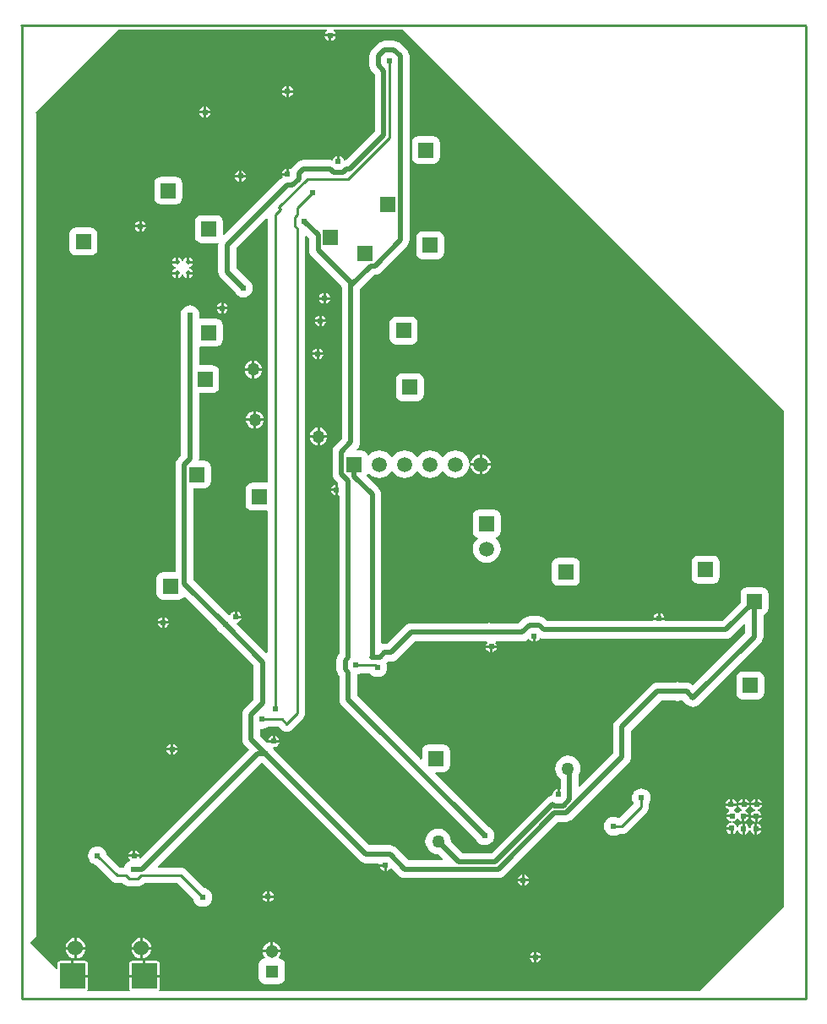
<source format=gbl>
G04 Layer_Physical_Order=2*
G04 Layer_Color=16711680*
%FSLAX25Y25*%
%MOIN*%
G70*
G01*
G75*
%ADD46C,0.06000*%
%ADD47C,0.02000*%
%ADD48C,0.01000*%
%ADD51R,0.05905X0.05905*%
%ADD52C,0.05905*%
%ADD53R,0.09843X0.09843*%
%ADD54R,0.05150X0.05150*%
%ADD55C,0.05150*%
%ADD56R,0.05905X0.05905*%
%ADD57C,0.05000*%
%ADD58C,0.02400*%
%ADD59C,0.01968*%
G36*
X300600Y231900D02*
Y36100D01*
X267300Y2800D01*
X54283D01*
X54255Y2831D01*
X54062Y3300D01*
X54184Y3482D01*
X54261Y3872D01*
Y8294D01*
X48320D01*
X42379D01*
Y3872D01*
X42456Y3482D01*
X42578Y3300D01*
X42385Y2831D01*
X42357Y2800D01*
X25937D01*
X25909Y2831D01*
X25716Y3300D01*
X25837Y3482D01*
X25915Y3872D01*
Y8294D01*
X19974D01*
Y8794D01*
X19474D01*
Y14735D01*
X15053D01*
X14662Y14658D01*
X14332Y14436D01*
X14110Y14106D01*
X14033Y13715D01*
Y11620D01*
X13571Y11429D01*
X3000Y22000D01*
X5600Y24600D01*
Y349100D01*
X5600Y349100D01*
X5287Y349487D01*
X38000Y382200D01*
X120182D01*
X120334Y381700D01*
X120014Y381486D01*
X119528Y380758D01*
X119456Y380400D01*
X123744D01*
X123672Y380758D01*
X123186Y381486D01*
X122866Y381700D01*
X123018Y382200D01*
X150300D01*
X300600Y231900D01*
D02*
G37*
%LPC*%
G36*
X250900Y151944D02*
X250542Y151872D01*
X249814Y151386D01*
X249328Y150658D01*
X249256Y150300D01*
X250900D01*
Y151944D01*
D02*
G37*
G36*
X56200Y150444D02*
Y148800D01*
X57844D01*
X57772Y149158D01*
X57286Y149886D01*
X56558Y150372D01*
X56200Y150444D01*
D02*
G37*
G36*
X55200D02*
X54842Y150372D01*
X54114Y149886D01*
X53628Y149158D01*
X53556Y148800D01*
X55200D01*
Y150444D01*
D02*
G37*
G36*
X217553Y173802D02*
X211647D01*
X210672Y173608D01*
X209845Y173055D01*
X209292Y172228D01*
X209098Y171253D01*
Y165347D01*
X209292Y164372D01*
X209845Y163545D01*
X210672Y162992D01*
X211647Y162798D01*
X217553D01*
X218528Y162992D01*
X219355Y163545D01*
X219908Y164372D01*
X220102Y165347D01*
Y171253D01*
X219908Y172228D01*
X219355Y173055D01*
X218528Y173608D01*
X217553Y173802D01*
D02*
G37*
G36*
X84900Y152644D02*
Y151000D01*
X86544D01*
X86472Y151358D01*
X85986Y152086D01*
X85258Y152572D01*
X84900Y152644D01*
D02*
G37*
G36*
X251900Y151944D02*
Y150300D01*
X253544D01*
X253472Y150658D01*
X252986Y151386D01*
X252258Y151872D01*
X251900Y151944D01*
D02*
G37*
G36*
X57844Y147800D02*
X56200D01*
Y146156D01*
X56558Y146228D01*
X57286Y146714D01*
X57772Y147442D01*
X57844Y147800D01*
D02*
G37*
G36*
X290353Y129002D02*
X284447D01*
X283472Y128808D01*
X282645Y128255D01*
X282092Y127428D01*
X281898Y126453D01*
Y120547D01*
X282092Y119572D01*
X282645Y118745D01*
X283472Y118192D01*
X284447Y117998D01*
X290353D01*
X291328Y118192D01*
X292155Y118745D01*
X292708Y119572D01*
X292902Y120547D01*
Y126453D01*
X292708Y127428D01*
X292155Y128255D01*
X291328Y128808D01*
X290353Y129002D01*
D02*
G37*
G36*
X96600Y42344D02*
X96242Y42272D01*
X95514Y41786D01*
X95028Y41058D01*
X94956Y40700D01*
X96600D01*
Y42344D01*
D02*
G37*
G36*
X97600D02*
Y40700D01*
X99244D01*
X99172Y41058D01*
X98686Y41786D01*
X97958Y42272D01*
X97600Y42344D01*
D02*
G37*
G36*
X55200Y147800D02*
X53556D01*
X53628Y147442D01*
X54114Y146714D01*
X54842Y146228D01*
X55200Y146156D01*
Y147800D01*
D02*
G37*
G36*
X96600Y39700D02*
X94956D01*
X95028Y39342D01*
X95514Y38614D01*
X96242Y38128D01*
X96600Y38056D01*
Y39700D01*
D02*
G37*
G36*
X99244D02*
X97600D01*
Y38056D01*
X97958Y38128D01*
X98686Y38614D01*
X99172Y39342D01*
X99244Y39700D01*
D02*
G37*
G36*
X20655Y23786D02*
X20111Y23714D01*
X19138Y23311D01*
X18302Y22670D01*
X17661Y21834D01*
X17258Y20861D01*
X17186Y20317D01*
X20655D01*
Y23786D01*
D02*
G37*
G36*
X46639D02*
X46095Y23714D01*
X45122Y23311D01*
X44286Y22670D01*
X43645Y21834D01*
X43242Y20861D01*
X43170Y20317D01*
X46639D01*
Y23786D01*
D02*
G37*
G36*
X181500Y214621D02*
Y211200D01*
X184921D01*
X184851Y211732D01*
X184453Y212693D01*
X183819Y213519D01*
X182993Y214153D01*
X182032Y214551D01*
X181500Y214621D01*
D02*
G37*
G36*
X91400Y227800D02*
X88436D01*
X88490Y227386D01*
X88843Y226535D01*
X89404Y225804D01*
X90135Y225243D01*
X90986Y224890D01*
X91400Y224836D01*
Y227800D01*
D02*
G37*
G36*
X98100Y22114D02*
X97667Y22057D01*
X96797Y21697D01*
X96050Y21124D01*
X95477Y20377D01*
X95117Y19507D01*
X95060Y19074D01*
X98100D01*
Y22114D01*
D02*
G37*
G36*
X99100Y22114D02*
Y19074D01*
X102140D01*
X102083Y19507D01*
X101723Y20377D01*
X101150Y21124D01*
X100403Y21697D01*
X99533Y22057D01*
X99100Y22114D01*
D02*
G37*
G36*
X180500Y214621D02*
X179968Y214551D01*
X179007Y214153D01*
X178181Y213519D01*
X177547Y212693D01*
X177149Y211732D01*
X177079Y211200D01*
X180500D01*
Y214621D01*
D02*
G37*
G36*
X21655Y23786D02*
Y20317D01*
X25124D01*
X25052Y20861D01*
X24649Y21834D01*
X24008Y22670D01*
X23172Y23311D01*
X22199Y23714D01*
X21655Y23786D01*
D02*
G37*
G36*
X186353Y192802D02*
X180447D01*
X179472Y192608D01*
X178645Y192055D01*
X178092Y191228D01*
X177898Y190253D01*
Y184347D01*
X178092Y183372D01*
X178645Y182545D01*
X179472Y181992D01*
X179740Y181939D01*
X179854Y181452D01*
X179511Y181189D01*
X178637Y180050D01*
X178088Y178724D01*
X177900Y177300D01*
X178088Y175876D01*
X178637Y174550D01*
X179511Y173411D01*
X180650Y172537D01*
X181976Y171988D01*
X183400Y171800D01*
X184824Y171988D01*
X186150Y172537D01*
X187289Y173411D01*
X188163Y174550D01*
X188712Y175876D01*
X188900Y177300D01*
X188712Y178724D01*
X188163Y180050D01*
X187289Y181189D01*
X186946Y181452D01*
X187060Y181939D01*
X187328Y181992D01*
X188155Y182545D01*
X188708Y183372D01*
X188902Y184347D01*
Y190253D01*
X188708Y191228D01*
X188155Y192055D01*
X187328Y192608D01*
X186353Y192802D01*
D02*
G37*
G36*
X272753Y174602D02*
X266847D01*
X265872Y174408D01*
X265045Y173855D01*
X264492Y173028D01*
X264298Y172053D01*
Y166147D01*
X264492Y165172D01*
X265045Y164345D01*
X265872Y163792D01*
X266847Y163598D01*
X272753D01*
X273728Y163792D01*
X274555Y164345D01*
X275108Y165172D01*
X275302Y166147D01*
Y172053D01*
X275108Y173028D01*
X274555Y173855D01*
X273728Y174408D01*
X272753Y174602D01*
D02*
G37*
G36*
X184921Y210200D02*
X181500D01*
Y206779D01*
X182032Y206849D01*
X182993Y207247D01*
X183819Y207881D01*
X184453Y208707D01*
X184851Y209668D01*
X184921Y210200D01*
D02*
G37*
G36*
X180500D02*
X177079D01*
X177149Y209668D01*
X177547Y208707D01*
X178181Y207881D01*
X179007Y207247D01*
X179968Y206849D01*
X180500Y206779D01*
Y210200D01*
D02*
G37*
G36*
X47639Y23786D02*
Y20317D01*
X51108D01*
X51036Y20861D01*
X50633Y21834D01*
X49992Y22670D01*
X49156Y23311D01*
X48183Y23714D01*
X47639Y23786D01*
D02*
G37*
G36*
X59700Y100444D02*
Y98800D01*
X61344D01*
X61272Y99158D01*
X60786Y99886D01*
X60058Y100372D01*
X59700Y100444D01*
D02*
G37*
G36*
X289100Y68944D02*
X288742Y68872D01*
X288014Y68386D01*
X287528Y67658D01*
X287408Y67057D01*
X287405Y67041D01*
X286895D01*
X286892Y67057D01*
X286772Y67658D01*
X286286Y68386D01*
X285558Y68872D01*
X285200Y68944D01*
Y66800D01*
Y64656D01*
X285558Y64728D01*
X286286Y65214D01*
X286772Y65942D01*
X286892Y66543D01*
X286895Y66559D01*
X287405D01*
X287408Y66543D01*
X287528Y65942D01*
X288014Y65214D01*
X288742Y64728D01*
X289100Y64656D01*
Y66800D01*
Y68944D01*
D02*
G37*
G36*
X279500Y66600D02*
X277856D01*
X277928Y66242D01*
X278414Y65514D01*
X279142Y65028D01*
X279500Y64956D01*
Y66600D01*
D02*
G37*
G36*
X291744Y66300D02*
X290100D01*
Y64656D01*
X290458Y64728D01*
X291186Y65214D01*
X291672Y65942D01*
X291744Y66300D01*
D02*
G37*
G36*
X291844Y71300D02*
X290200D01*
Y69656D01*
X290558Y69728D01*
X291286Y70214D01*
X291772Y70942D01*
X291844Y71300D01*
D02*
G37*
G36*
X289200D02*
X287556D01*
X287628Y70942D01*
X288114Y70214D01*
X288842Y69728D01*
X289200Y69656D01*
Y71300D01*
D02*
G37*
G36*
X290100Y68944D02*
Y67300D01*
X291744D01*
X291672Y67658D01*
X291186Y68386D01*
X290458Y68872D01*
X290100Y68944D01*
D02*
G37*
G36*
X44700Y58444D02*
Y56800D01*
X46344D01*
X46272Y57158D01*
X45786Y57886D01*
X45058Y58372D01*
X44700Y58444D01*
D02*
G37*
G36*
X197300Y48844D02*
X196942Y48772D01*
X196214Y48286D01*
X195728Y47558D01*
X195656Y47200D01*
X197300D01*
Y48844D01*
D02*
G37*
G36*
X199944Y46200D02*
X198300D01*
Y44556D01*
X198658Y44628D01*
X199386Y45114D01*
X199872Y45842D01*
X199944Y46200D01*
D02*
G37*
G36*
X197300D02*
X195656D01*
X195728Y45842D01*
X196214Y45114D01*
X196942Y44628D01*
X197300Y44556D01*
Y46200D01*
D02*
G37*
G36*
X43700Y58444D02*
X43342Y58372D01*
X42614Y57886D01*
X42128Y57158D01*
X42056Y56800D01*
X43700D01*
Y58444D01*
D02*
G37*
G36*
X142900Y52000D02*
X141256D01*
X141328Y51642D01*
X141814Y50914D01*
X142542Y50428D01*
X142900Y50356D01*
Y52000D01*
D02*
G37*
G36*
X198300Y48844D02*
Y47200D01*
X199944D01*
X199872Y47558D01*
X199386Y48286D01*
X198658Y48772D01*
X198300Y48844D01*
D02*
G37*
G36*
X290400Y78744D02*
Y77100D01*
X292044D01*
X291972Y77458D01*
X291486Y78186D01*
X290758Y78672D01*
X290400Y78744D01*
D02*
G37*
G36*
X289400D02*
X289042Y78672D01*
X288314Y78186D01*
X287828Y77458D01*
X287756Y77100D01*
X289400D01*
Y78744D01*
D02*
G37*
G36*
X285400D02*
Y77100D01*
X287044D01*
X286972Y77458D01*
X286486Y78186D01*
X285758Y78672D01*
X285400Y78744D01*
D02*
G37*
G36*
X58700Y100444D02*
X58342Y100372D01*
X57614Y99886D01*
X57128Y99158D01*
X57056Y98800D01*
X58700D01*
Y100444D01*
D02*
G37*
G36*
X61344Y97800D02*
X59700D01*
Y96156D01*
X60058Y96228D01*
X60786Y96714D01*
X61272Y97442D01*
X61344Y97800D01*
D02*
G37*
G36*
X58700D02*
X57056D01*
X57128Y97442D01*
X57614Y96714D01*
X58342Y96228D01*
X58700Y96156D01*
Y97800D01*
D02*
G37*
G36*
X284400Y78744D02*
X284042Y78672D01*
X283314Y78186D01*
X282828Y77458D01*
X282756Y77100D01*
X284400D01*
Y78744D01*
D02*
G37*
G36*
X292044Y76100D02*
X287756D01*
X287828Y75742D01*
X288314Y75014D01*
X289042Y74528D01*
X289307Y74475D01*
Y73965D01*
X288842Y73872D01*
X288114Y73386D01*
X287628Y72658D01*
X287556Y72300D01*
X291844D01*
X291772Y72658D01*
X291286Y73386D01*
X290558Y73872D01*
X290293Y73925D01*
Y74435D01*
X290758Y74528D01*
X291486Y75014D01*
X291972Y75742D01*
X292044Y76100D01*
D02*
G37*
G36*
X244400Y82832D02*
X243434Y82705D01*
X242534Y82332D01*
X241761Y81739D01*
X241168Y80966D01*
X240795Y80066D01*
X240668Y79100D01*
X240795Y78134D01*
X241168Y77234D01*
X241374Y76965D01*
Y76853D01*
X235485Y70964D01*
X235266Y71132D01*
X234366Y71505D01*
X233400Y71632D01*
X232434Y71505D01*
X231534Y71132D01*
X230761Y70539D01*
X230168Y69766D01*
X229795Y68866D01*
X229668Y67900D01*
X229795Y66934D01*
X230168Y66034D01*
X230761Y65261D01*
X231534Y64668D01*
X232434Y64295D01*
X233400Y64168D01*
X234366Y64295D01*
X235266Y64668D01*
X235535Y64874D01*
X236700D01*
X237483Y64977D01*
X238213Y65280D01*
X238840Y65760D01*
X246540Y73460D01*
X246540Y73460D01*
X247021Y74087D01*
X247323Y74817D01*
X247426Y75600D01*
Y76965D01*
X247632Y77234D01*
X248005Y78134D01*
X248132Y79100D01*
X248005Y80066D01*
X247632Y80966D01*
X247039Y81739D01*
X246266Y82332D01*
X245366Y82705D01*
X244400Y82832D01*
D02*
G37*
G36*
X286702Y71435D02*
X285058D01*
Y69791D01*
X285417Y69862D01*
X286144Y70349D01*
X286631Y71076D01*
X286702Y71435D01*
D02*
G37*
G36*
X280300Y78644D02*
Y77000D01*
X281944D01*
X281872Y77358D01*
X281386Y78086D01*
X280658Y78572D01*
X280300Y78644D01*
D02*
G37*
G36*
X279300D02*
X278942Y78572D01*
X278214Y78086D01*
X277728Y77358D01*
X277656Y77000D01*
X279300D01*
Y78644D01*
D02*
G37*
G36*
X287044Y76100D02*
X282756D01*
X282828Y75742D01*
X283314Y75014D01*
X283976Y74572D01*
X283986Y74305D01*
X283923Y74051D01*
X283700Y74007D01*
X282972Y73521D01*
X282694Y73105D01*
X282100Y73116D01*
X281786Y73586D01*
X281058Y74072D01*
X281034Y74077D01*
X280928Y74608D01*
X281386Y74914D01*
X281872Y75642D01*
X281944Y76000D01*
X277656D01*
X277728Y75642D01*
X278214Y74914D01*
X278942Y74428D01*
X278966Y74423D01*
X279072Y73892D01*
X278614Y73586D01*
X278128Y72858D01*
X278056Y72500D01*
X280200D01*
Y71500D01*
X278056D01*
X278128Y71142D01*
X278614Y70414D01*
X279342Y69928D01*
X279858Y69825D01*
X279859Y69825D01*
Y69315D01*
X279841Y69311D01*
X279142Y69172D01*
X278414Y68686D01*
X277928Y67958D01*
X277856Y67600D01*
X280000D01*
Y67100D01*
X280500D01*
Y64956D01*
X280858Y65028D01*
X281586Y65514D01*
X282061Y66225D01*
X282136Y66237D01*
X282575Y66206D01*
X282628Y65942D01*
X283114Y65214D01*
X283842Y64728D01*
X284200Y64656D01*
Y66800D01*
Y68944D01*
X283842Y68872D01*
X283114Y68386D01*
X282639Y67675D01*
X282564Y67663D01*
X282125Y67694D01*
X282072Y67958D01*
X281586Y68686D01*
X280858Y69172D01*
X280342Y69275D01*
X280341Y69275D01*
Y69785D01*
X280359Y69788D01*
X281058Y69928D01*
X281786Y70414D01*
X282064Y70830D01*
X282658Y70819D01*
X282972Y70349D01*
X283700Y69862D01*
X284058Y69791D01*
Y71935D01*
X284558D01*
Y72435D01*
X286702D01*
X286631Y72793D01*
X286144Y73521D01*
X285483Y73963D01*
X285472Y74229D01*
X285535Y74483D01*
X285758Y74528D01*
X286486Y75014D01*
X286972Y75742D01*
X287044Y76100D01*
D02*
G37*
G36*
X95364Y227800D02*
X92400D01*
Y224836D01*
X92814Y224890D01*
X93665Y225243D01*
X94396Y225804D01*
X94957Y226535D01*
X95310Y227386D01*
X95364Y227800D01*
D02*
G37*
G36*
X60753Y324202D02*
X54847D01*
X53872Y324008D01*
X53045Y323455D01*
X52492Y322628D01*
X52298Y321653D01*
Y315747D01*
X52492Y314772D01*
X53045Y313945D01*
X53872Y313392D01*
X54847Y313198D01*
X60753D01*
X61728Y313392D01*
X62555Y313945D01*
X63108Y314772D01*
X63302Y315747D01*
Y321653D01*
X63108Y322628D01*
X62555Y323455D01*
X61728Y324008D01*
X60753Y324202D01*
D02*
G37*
G36*
X47200Y306744D02*
Y305100D01*
X48844D01*
X48772Y305458D01*
X48286Y306186D01*
X47558Y306672D01*
X47200Y306744D01*
D02*
G37*
G36*
X46200D02*
X45842Y306672D01*
X45114Y306186D01*
X44628Y305458D01*
X44556Y305100D01*
X46200D01*
Y306744D01*
D02*
G37*
G36*
X85700Y326544D02*
X85342Y326472D01*
X84614Y325986D01*
X84128Y325258D01*
X84056Y324900D01*
X85700D01*
Y326544D01*
D02*
G37*
G36*
X88344Y323900D02*
X86700D01*
Y322256D01*
X87058Y322328D01*
X87786Y322814D01*
X88272Y323542D01*
X88344Y323900D01*
D02*
G37*
G36*
X85700D02*
X84056D01*
X84128Y323542D01*
X84614Y322814D01*
X85342Y322328D01*
X85700Y322256D01*
Y323900D01*
D02*
G37*
G36*
X48844Y304100D02*
X47200D01*
Y302456D01*
X47558Y302528D01*
X48286Y303014D01*
X48772Y303742D01*
X48844Y304100D01*
D02*
G37*
G36*
X65065Y292389D02*
X64791Y292335D01*
X64135Y291896D01*
X63696Y291240D01*
X63655Y291032D01*
X63145D01*
X63104Y291240D01*
X62665Y291896D01*
X62009Y292335D01*
X61735Y292389D01*
Y290465D01*
X61235D01*
Y289965D01*
X59311D01*
X59365Y289691D01*
X59804Y289035D01*
X60460Y288596D01*
X60668Y288555D01*
Y288045D01*
X60460Y288004D01*
X59804Y287565D01*
X59365Y286909D01*
X59311Y286635D01*
X61235D01*
Y286135D01*
X61735D01*
Y284211D01*
X62009Y284265D01*
X62665Y284704D01*
X63104Y285360D01*
X63145Y285568D01*
X63655D01*
X63696Y285360D01*
X64135Y284704D01*
X64791Y284265D01*
X65065Y284211D01*
Y286135D01*
X65565D01*
Y286635D01*
X67489D01*
X67435Y286909D01*
X66996Y287565D01*
X66340Y288004D01*
X66132Y288045D01*
Y288555D01*
X66340Y288596D01*
X66996Y289035D01*
X67435Y289691D01*
X67489Y289965D01*
X65565D01*
Y290465D01*
X65065D01*
Y292389D01*
D02*
G37*
G36*
X66065D02*
Y290965D01*
X67489D01*
X67435Y291240D01*
X66996Y291896D01*
X66340Y292335D01*
X66065Y292389D01*
D02*
G37*
G36*
X60735D02*
X60460Y292335D01*
X59804Y291896D01*
X59365Y291240D01*
X59311Y290965D01*
X60735D01*
Y292389D01*
D02*
G37*
G36*
X46200Y304100D02*
X44556D01*
X44628Y303742D01*
X45114Y303014D01*
X45842Y302528D01*
X46200Y302456D01*
Y304100D01*
D02*
G37*
G36*
X27153Y304102D02*
X21247D01*
X20272Y303908D01*
X19445Y303355D01*
X18892Y302528D01*
X18698Y301553D01*
Y295647D01*
X18892Y294672D01*
X19445Y293845D01*
X20272Y293292D01*
X21247Y293098D01*
X27153D01*
X28128Y293292D01*
X28955Y293845D01*
X29508Y294672D01*
X29702Y295647D01*
Y301553D01*
X29508Y302528D01*
X28955Y303355D01*
X28128Y303908D01*
X27153Y304102D01*
D02*
G37*
G36*
X163953Y302602D02*
X158047D01*
X157072Y302408D01*
X156245Y301855D01*
X155692Y301028D01*
X155498Y300053D01*
Y294147D01*
X155692Y293172D01*
X156245Y292345D01*
X157072Y291792D01*
X158047Y291598D01*
X163953D01*
X164928Y291792D01*
X165755Y292345D01*
X166308Y293172D01*
X166502Y294147D01*
Y300053D01*
X166308Y301028D01*
X165755Y301855D01*
X164928Y302408D01*
X163953Y302602D01*
D02*
G37*
G36*
X86700Y326544D02*
Y324900D01*
X88344D01*
X88272Y325258D01*
X87786Y325986D01*
X87058Y326472D01*
X86700Y326544D01*
D02*
G37*
G36*
X104300Y359944D02*
X103942Y359872D01*
X103214Y359386D01*
X102728Y358658D01*
X102656Y358300D01*
X104300D01*
Y359944D01*
D02*
G37*
G36*
X106944Y357300D02*
X105300D01*
Y355656D01*
X105658Y355728D01*
X106386Y356214D01*
X106872Y356942D01*
X106944Y357300D01*
D02*
G37*
G36*
X104300D02*
X102656D01*
X102728Y356942D01*
X103214Y356214D01*
X103942Y355728D01*
X104300Y355656D01*
Y357300D01*
D02*
G37*
G36*
X123744Y379400D02*
X122100D01*
Y377756D01*
X122458Y377828D01*
X123186Y378314D01*
X123672Y379042D01*
X123744Y379400D01*
D02*
G37*
G36*
X121100D02*
X119456D01*
X119528Y379042D01*
X120014Y378314D01*
X120742Y377828D01*
X121100Y377756D01*
Y379400D01*
D02*
G37*
G36*
X105300Y359944D02*
Y358300D01*
X106944D01*
X106872Y358658D01*
X106386Y359386D01*
X105658Y359872D01*
X105300Y359944D01*
D02*
G37*
G36*
X72700Y351844D02*
Y350200D01*
X74344D01*
X74272Y350558D01*
X73786Y351286D01*
X73058Y351772D01*
X72700Y351844D01*
D02*
G37*
G36*
X146823Y377830D02*
X143132D01*
X142218Y377710D01*
X141367Y377357D01*
X140636Y376796D01*
X140485Y376600D01*
X138104Y374219D01*
X137543Y373488D01*
X137190Y372636D01*
X137070Y371723D01*
Y368077D01*
X137190Y367164D01*
X137543Y366312D01*
X138104Y365581D01*
X139170Y364515D01*
Y342015D01*
X127879Y330725D01*
X127009Y330610D01*
X126978Y330626D01*
X126872Y331158D01*
X126386Y331886D01*
X125658Y332372D01*
X125300Y332444D01*
Y330300D01*
X124300D01*
Y332444D01*
X123942Y332372D01*
X123214Y331886D01*
X122728Y331158D01*
X122622Y330626D01*
X122591Y330610D01*
X121677Y330730D01*
X110900D01*
X109986Y330610D01*
X109135Y330257D01*
X108404Y329696D01*
X106704Y327996D01*
X106143Y327265D01*
X105817Y327166D01*
X105658Y327272D01*
X105300Y327344D01*
Y325200D01*
X104800D01*
Y324700D01*
X102656D01*
X102728Y324342D01*
X102834Y324183D01*
X102735Y323857D01*
X102004Y323296D01*
X79764Y301056D01*
X79302Y301248D01*
Y306453D01*
X79108Y307428D01*
X78555Y308255D01*
X77728Y308808D01*
X76753Y309002D01*
X70847D01*
X69872Y308808D01*
X69045Y308255D01*
X68492Y307428D01*
X68298Y306453D01*
Y300547D01*
X68492Y299572D01*
X69045Y298745D01*
X69872Y298192D01*
X70847Y297998D01*
X76753D01*
X77162Y298080D01*
X77527Y297738D01*
X77470Y297300D01*
Y291046D01*
X77395Y290866D01*
X77268Y289900D01*
X77395Y288934D01*
X77470Y288754D01*
Y286700D01*
X77590Y285786D01*
X77943Y284935D01*
X78504Y284204D01*
X84093Y278614D01*
X84168Y278434D01*
X84761Y277661D01*
X85534Y277068D01*
X86434Y276695D01*
X87400Y276568D01*
X88366Y276695D01*
X89266Y277068D01*
X90039Y277661D01*
X90632Y278434D01*
X91005Y279334D01*
X91132Y280300D01*
X91005Y281266D01*
X90632Y282166D01*
X90039Y282939D01*
X89266Y283532D01*
X89086Y283607D01*
X84530Y288162D01*
Y288754D01*
X84605Y288934D01*
X84732Y289900D01*
X84605Y290866D01*
X84530Y291046D01*
Y295838D01*
X96412Y307720D01*
X96874Y307528D01*
Y203501D01*
X96753Y203402D01*
X90847D01*
X89872Y203208D01*
X89045Y202655D01*
X88492Y201828D01*
X88298Y200853D01*
Y194947D01*
X88492Y193972D01*
X89045Y193145D01*
X89872Y192592D01*
X90847Y192398D01*
X96753D01*
X96874Y192299D01*
Y136472D01*
X96412Y136280D01*
X84805Y147888D01*
X84950Y148366D01*
X85258Y148428D01*
X85986Y148914D01*
X86472Y149642D01*
X86544Y150000D01*
X84400D01*
Y150500D01*
X83900D01*
Y152644D01*
X83542Y152572D01*
X82814Y152086D01*
X82328Y151358D01*
X82289Y151163D01*
X82168Y151056D01*
X81738Y150955D01*
X67577Y165115D01*
Y201198D01*
X71953D01*
X72928Y201392D01*
X73755Y201945D01*
X74308Y202772D01*
X74502Y203747D01*
Y209653D01*
X74308Y210628D01*
X73755Y211455D01*
X72928Y212008D01*
X71953Y212202D01*
X70139D01*
X69810Y212578D01*
X69830Y212734D01*
Y238798D01*
X75153D01*
X76128Y238992D01*
X76955Y239545D01*
X77508Y240372D01*
X77702Y241347D01*
Y247253D01*
X77508Y248228D01*
X76955Y249055D01*
X76128Y249608D01*
X75153Y249802D01*
X69830D01*
Y256891D01*
X70330Y257301D01*
X70847Y257198D01*
X76753D01*
X77728Y257392D01*
X78555Y257945D01*
X79108Y258772D01*
X79302Y259747D01*
Y265653D01*
X79108Y266628D01*
X78555Y267455D01*
X77728Y268008D01*
X76753Y268202D01*
X70847D01*
X70330Y268099D01*
X69830Y268509D01*
Y268554D01*
X69905Y268734D01*
X70032Y269700D01*
X69905Y270666D01*
X69532Y271566D01*
X68939Y272339D01*
X68166Y272932D01*
X67266Y273305D01*
X66300Y273432D01*
X65334Y273305D01*
X64434Y272932D01*
X63661Y272339D01*
X63068Y271566D01*
X62695Y270666D01*
X62568Y269700D01*
X62695Y268734D01*
X62770Y268554D01*
Y214196D01*
X61551Y212977D01*
X60990Y212246D01*
X60637Y211395D01*
X60517Y210481D01*
Y168202D01*
X55647D01*
X54672Y168008D01*
X53845Y167455D01*
X53292Y166628D01*
X53098Y165653D01*
Y159747D01*
X53292Y158772D01*
X53845Y157945D01*
X54672Y157392D01*
X55647Y157198D01*
X61553D01*
X62528Y157392D01*
X63355Y157945D01*
X63636Y158365D01*
X64279Y158428D01*
X76894Y145814D01*
X76968Y145634D01*
X77561Y144861D01*
X78334Y144268D01*
X78514Y144193D01*
X91470Y131238D01*
Y117985D01*
X87904Y114419D01*
X87343Y113688D01*
X86990Y112836D01*
X86870Y111923D01*
Y102200D01*
X86990Y101286D01*
X87343Y100435D01*
X87904Y99704D01*
X89557Y98050D01*
X46828Y55321D01*
X46302Y55450D01*
X46280Y55479D01*
X46344Y55800D01*
X42056D01*
X42128Y55442D01*
X42584Y54759D01*
X42602Y54654D01*
X42505Y54185D01*
X42134Y54032D01*
X41361Y53439D01*
X40768Y52666D01*
X40395Y51766D01*
X40377Y51626D01*
X38753D01*
X33449Y56930D01*
X33405Y57266D01*
X33032Y58166D01*
X32439Y58939D01*
X31666Y59532D01*
X30766Y59905D01*
X29800Y60032D01*
X28834Y59905D01*
X27934Y59532D01*
X27161Y58939D01*
X26568Y58166D01*
X26195Y57266D01*
X26068Y56300D01*
X26195Y55334D01*
X26568Y54434D01*
X27161Y53661D01*
X27934Y53068D01*
X28834Y52695D01*
X29170Y52651D01*
X35360Y46460D01*
X35360Y46460D01*
X35987Y45979D01*
X36717Y45677D01*
X37500Y45574D01*
X39714D01*
X40328Y44960D01*
X40955Y44480D01*
X41684Y44177D01*
X42467Y44074D01*
X45533D01*
X46316Y44177D01*
X47045Y44480D01*
X47672Y44960D01*
X48186Y45474D01*
X48253D01*
X49012Y45574D01*
X61247D01*
X67651Y39170D01*
X67695Y38834D01*
X68068Y37934D01*
X68661Y37161D01*
X69434Y36568D01*
X70334Y36195D01*
X71300Y36068D01*
X72266Y36195D01*
X73166Y36568D01*
X73939Y37161D01*
X74532Y37934D01*
X74905Y38834D01*
X75032Y39800D01*
X74905Y40766D01*
X74532Y41666D01*
X73939Y42439D01*
X73166Y43032D01*
X72266Y43405D01*
X71930Y43449D01*
X64640Y50740D01*
X64013Y51221D01*
X63283Y51523D01*
X62500Y51626D01*
X53772D01*
X53580Y52088D01*
X94550Y93058D01*
X133204Y54404D01*
X133935Y53843D01*
X134786Y53490D01*
X135700Y53370D01*
X140820D01*
X141124Y53000D01*
X143400D01*
Y52500D01*
X143900D01*
Y50356D01*
X144258Y50428D01*
X144986Y50914D01*
X145196Y51227D01*
X145839Y51291D01*
X148626Y48504D01*
X149357Y47943D01*
X150209Y47590D01*
X151122Y47470D01*
X187960D01*
X188874Y47590D01*
X189725Y47943D01*
X190456Y48504D01*
X211622Y69670D01*
X214682D01*
X215596Y69790D01*
X216447Y70143D01*
X217179Y70704D01*
X239296Y92822D01*
X239857Y93553D01*
X240210Y94404D01*
X240330Y95318D01*
Y105638D01*
X252262Y117570D01*
X257554D01*
X257734Y117495D01*
X258700Y117368D01*
X259666Y117495D01*
X259846Y117570D01*
X260738D01*
X262304Y116004D01*
X263035Y115443D01*
X263886Y115090D01*
X264800Y114970D01*
X265714Y115090D01*
X266565Y115443D01*
X267296Y116004D01*
X291496Y140204D01*
X292057Y140935D01*
X292410Y141786D01*
X292530Y142700D01*
Y151313D01*
X292928Y151392D01*
X293755Y151945D01*
X294308Y152772D01*
X294502Y153747D01*
Y159653D01*
X294308Y160628D01*
X293755Y161455D01*
X292928Y162008D01*
X291953Y162202D01*
X286047D01*
X285072Y162008D01*
X284245Y161455D01*
X283692Y160628D01*
X283498Y159653D01*
Y156191D01*
X276238Y148930D01*
X253980D01*
X253676Y149300D01*
X249124D01*
X248820Y148930D01*
X207326D01*
X206460Y149796D01*
X205729Y150357D01*
X204877Y150710D01*
X203963Y150830D01*
X200319D01*
X199405Y150710D01*
X198553Y150357D01*
X197822Y149796D01*
X195956Y147930D01*
X185446D01*
X185266Y148005D01*
X184300Y148132D01*
X183334Y148005D01*
X183154Y147930D01*
X153500D01*
X152586Y147810D01*
X151735Y147457D01*
X151004Y146896D01*
X144038Y139930D01*
X142900D01*
X142230Y139842D01*
X141730Y140196D01*
Y198726D01*
X141610Y199639D01*
X141257Y200491D01*
X140696Y201222D01*
X135843Y206076D01*
X136308Y206772D01*
X136361Y207040D01*
X136848Y207154D01*
X137111Y206811D01*
X138250Y205937D01*
X139576Y205388D01*
X141000Y205200D01*
X142423Y205388D01*
X143750Y205937D01*
X144889Y206811D01*
X145719Y207893D01*
X146000Y207924D01*
X146281Y207893D01*
X147111Y206811D01*
X148250Y205937D01*
X149576Y205388D01*
X151000Y205200D01*
X152424Y205388D01*
X153750Y205937D01*
X154889Y206811D01*
X155719Y207893D01*
X156000Y207924D01*
X156281Y207893D01*
X157111Y206811D01*
X158250Y205937D01*
X159576Y205388D01*
X161000Y205200D01*
X162424Y205388D01*
X163750Y205937D01*
X164889Y206811D01*
X165719Y207893D01*
X166000Y207924D01*
X166281Y207893D01*
X167111Y206811D01*
X168250Y205937D01*
X169577Y205388D01*
X171000Y205200D01*
X172424Y205388D01*
X173750Y205937D01*
X174889Y206811D01*
X175763Y207950D01*
X176312Y209277D01*
X176500Y210700D01*
X176312Y212123D01*
X175763Y213450D01*
X174889Y214589D01*
X173750Y215463D01*
X172424Y216012D01*
X171000Y216200D01*
X169577Y216012D01*
X168250Y215463D01*
X167111Y214589D01*
X166281Y213507D01*
X166000Y213476D01*
X165719Y213507D01*
X164889Y214589D01*
X163750Y215463D01*
X162424Y216012D01*
X161000Y216200D01*
X159576Y216012D01*
X158250Y215463D01*
X157111Y214589D01*
X156281Y213507D01*
X156000Y213476D01*
X155719Y213507D01*
X154889Y214589D01*
X153750Y215463D01*
X152424Y216012D01*
X151000Y216200D01*
X149576Y216012D01*
X148250Y215463D01*
X147111Y214589D01*
X146281Y213507D01*
X146000Y213476D01*
X145719Y213507D01*
X144889Y214589D01*
X143750Y215463D01*
X142423Y216012D01*
X141000Y216200D01*
X139576Y216012D01*
X138250Y215463D01*
X137111Y214589D01*
X136848Y214246D01*
X136361Y214360D01*
X136308Y214628D01*
X135755Y215455D01*
X134928Y216008D01*
X133953Y216202D01*
X132242D01*
X132051Y216664D01*
X132296Y216909D01*
X132857Y217640D01*
X133210Y218492D01*
X133330Y219406D01*
Y279638D01*
X139110Y285417D01*
X139181D01*
X140095Y285537D01*
X140946Y285890D01*
X141677Y286451D01*
X151896Y296670D01*
X152457Y297401D01*
X152810Y298252D01*
X152930Y299166D01*
Y371723D01*
X152810Y372636D01*
X152457Y373488D01*
X151896Y374219D01*
X149319Y376796D01*
X148588Y377357D01*
X147736Y377710D01*
X146823Y377830D01*
D02*
G37*
G36*
X162353Y340202D02*
X156447D01*
X155472Y340008D01*
X154645Y339455D01*
X154092Y338628D01*
X153898Y337653D01*
Y331747D01*
X154092Y330772D01*
X154645Y329945D01*
X155472Y329392D01*
X156447Y329198D01*
X162353D01*
X163328Y329392D01*
X164155Y329945D01*
X164708Y330772D01*
X164902Y331747D01*
Y337653D01*
X164708Y338628D01*
X164155Y339455D01*
X163328Y340008D01*
X162353Y340202D01*
D02*
G37*
G36*
X104300Y327344D02*
X103942Y327272D01*
X103214Y326786D01*
X102728Y326058D01*
X102656Y325700D01*
X104300D01*
Y327344D01*
D02*
G37*
G36*
X71700Y351844D02*
X71342Y351772D01*
X70614Y351286D01*
X70128Y350558D01*
X70056Y350200D01*
X71700D01*
Y351844D01*
D02*
G37*
G36*
X74344Y349200D02*
X72700D01*
Y347556D01*
X73058Y347628D01*
X73786Y348114D01*
X74272Y348842D01*
X74344Y349200D01*
D02*
G37*
G36*
X71700D02*
X70056D01*
X70128Y348842D01*
X70614Y348114D01*
X71342Y347628D01*
X71700Y347556D01*
Y349200D01*
D02*
G37*
G36*
X25124Y19317D02*
X21655D01*
Y15848D01*
X22199Y15920D01*
X23172Y16323D01*
X24008Y16964D01*
X24649Y17800D01*
X25052Y18773D01*
X25124Y19317D01*
D02*
G37*
G36*
X202100Y18444D02*
X201742Y18372D01*
X201014Y17886D01*
X200528Y17158D01*
X200456Y16800D01*
X202100D01*
Y18444D01*
D02*
G37*
G36*
X203100D02*
Y16800D01*
X204744D01*
X204672Y17158D01*
X204186Y17886D01*
X203458Y18372D01*
X203100Y18444D01*
D02*
G37*
G36*
X46639Y19317D02*
X43170D01*
X43242Y18773D01*
X43645Y17800D01*
X44286Y16964D01*
X45122Y16323D01*
X46095Y15920D01*
X46639Y15848D01*
Y19317D01*
D02*
G37*
G36*
X153553Y269002D02*
X147647D01*
X146672Y268808D01*
X145845Y268255D01*
X145292Y267428D01*
X145098Y266453D01*
Y260547D01*
X145292Y259572D01*
X145845Y258745D01*
X146672Y258192D01*
X147647Y257998D01*
X153553D01*
X154528Y258192D01*
X155355Y258745D01*
X155908Y259572D01*
X156102Y260547D01*
Y266453D01*
X155908Y267428D01*
X155355Y268255D01*
X154528Y268808D01*
X153553Y269002D01*
D02*
G37*
G36*
X51108Y19317D02*
X47639D01*
Y15848D01*
X48183Y15920D01*
X49156Y16323D01*
X49992Y16964D01*
X50633Y17800D01*
X51036Y18773D01*
X51108Y19317D01*
D02*
G37*
G36*
X91800Y251564D02*
Y248600D01*
X94764D01*
X94710Y249014D01*
X94357Y249865D01*
X93796Y250596D01*
X93065Y251157D01*
X92214Y251510D01*
X91800Y251564D01*
D02*
G37*
G36*
X155953Y246602D02*
X150047D01*
X149072Y246408D01*
X148245Y245855D01*
X147692Y245028D01*
X147498Y244053D01*
Y238147D01*
X147692Y237172D01*
X148245Y236345D01*
X149072Y235792D01*
X150047Y235598D01*
X155953D01*
X156928Y235792D01*
X157755Y236345D01*
X158308Y237172D01*
X158502Y238147D01*
Y244053D01*
X158308Y245028D01*
X157755Y245855D01*
X156928Y246408D01*
X155953Y246602D01*
D02*
G37*
G36*
X92400Y231764D02*
Y228800D01*
X95364D01*
X95310Y229214D01*
X94957Y230065D01*
X94396Y230796D01*
X93665Y231357D01*
X92814Y231710D01*
X92400Y231764D01*
D02*
G37*
G36*
X91400D02*
X90986Y231710D01*
X90135Y231357D01*
X89404Y230796D01*
X88843Y230065D01*
X88490Y229214D01*
X88436Y228800D01*
X91400D01*
Y231764D01*
D02*
G37*
G36*
X90800Y251564D02*
X90386Y251510D01*
X89535Y251157D01*
X88804Y250596D01*
X88243Y249865D01*
X87890Y249014D01*
X87836Y248600D01*
X90800D01*
Y251564D01*
D02*
G37*
G36*
X94764Y247600D02*
X91800D01*
Y244636D01*
X92214Y244690D01*
X93065Y245043D01*
X93796Y245604D01*
X94357Y246335D01*
X94710Y247186D01*
X94764Y247600D01*
D02*
G37*
G36*
X90800D02*
X87836D01*
X87890Y247186D01*
X88243Y246335D01*
X88804Y245604D01*
X89535Y245043D01*
X90386Y244690D01*
X90800Y244636D01*
Y247600D01*
D02*
G37*
G36*
X20655Y19317D02*
X17186D01*
X17258Y18773D01*
X17661Y17800D01*
X18302Y16964D01*
X19138Y16323D01*
X20111Y15920D01*
X20655Y15848D01*
Y19317D01*
D02*
G37*
G36*
X47820Y14735D02*
X43398D01*
X43008Y14658D01*
X42678Y14436D01*
X42456Y14106D01*
X42379Y13715D01*
Y9294D01*
X47820D01*
Y14735D01*
D02*
G37*
G36*
X24895D02*
X20474D01*
Y9294D01*
X25915D01*
Y13715D01*
X25837Y14106D01*
X25616Y14436D01*
X25286Y14658D01*
X24895Y14735D01*
D02*
G37*
G36*
X53241D02*
X48820D01*
Y9294D01*
X54261D01*
Y13715D01*
X54184Y14106D01*
X53962Y14436D01*
X53632Y14658D01*
X53241Y14735D01*
D02*
G37*
G36*
X67489Y285635D02*
X66065D01*
Y284211D01*
X66340Y284265D01*
X66996Y284704D01*
X67435Y285360D01*
X67489Y285635D01*
D02*
G37*
G36*
X60735D02*
X59311D01*
X59365Y285360D01*
X59804Y284704D01*
X60460Y284265D01*
X60735Y284211D01*
Y285635D01*
D02*
G37*
G36*
X102140Y18074D02*
X98600D01*
X95060D01*
X95117Y17641D01*
X95477Y16771D01*
X95841Y16297D01*
X95634Y15746D01*
X95050Y15630D01*
X94223Y15077D01*
X93670Y14250D01*
X93476Y13275D01*
Y8125D01*
X93670Y7150D01*
X94223Y6323D01*
X95050Y5770D01*
X96025Y5576D01*
X101175D01*
X102150Y5770D01*
X102977Y6323D01*
X103530Y7150D01*
X103724Y8125D01*
Y13275D01*
X103530Y14250D01*
X102977Y15077D01*
X102150Y15630D01*
X101566Y15746D01*
X101359Y16297D01*
X101723Y16771D01*
X102083Y17641D01*
X102140Y18074D01*
D02*
G37*
G36*
X204744Y15800D02*
X203100D01*
Y14156D01*
X203458Y14228D01*
X204186Y14714D01*
X204672Y15442D01*
X204744Y15800D01*
D02*
G37*
G36*
X78500Y271800D02*
X76856D01*
X76928Y271442D01*
X77414Y270714D01*
X78142Y270228D01*
X78500Y270156D01*
Y271800D01*
D02*
G37*
G36*
X202100Y15800D02*
X200456D01*
X200528Y15442D01*
X201014Y14714D01*
X201742Y14228D01*
X202100Y14156D01*
Y15800D01*
D02*
G37*
G36*
X79500Y274444D02*
Y272800D01*
X81144D01*
X81072Y273158D01*
X80586Y273886D01*
X79858Y274372D01*
X79500Y274444D01*
D02*
G37*
G36*
X78500D02*
X78142Y274372D01*
X77414Y273886D01*
X76928Y273158D01*
X76856Y272800D01*
X78500D01*
Y274444D01*
D02*
G37*
G36*
X81144Y271800D02*
X79500D01*
Y270156D01*
X79858Y270228D01*
X80586Y270714D01*
X81072Y271442D01*
X81144Y271800D01*
D02*
G37*
%LPD*%
G36*
X113317Y299590D02*
Y295347D01*
X113437Y294434D01*
X113790Y293582D01*
X114351Y292851D01*
X126072Y281130D01*
X126068Y281100D01*
X126195Y280134D01*
X126270Y279954D01*
Y220868D01*
X123551Y218149D01*
X122990Y217418D01*
X122637Y216566D01*
X122517Y215653D01*
Y206919D01*
X122637Y206005D01*
X122990Y205154D01*
X123551Y204423D01*
X124750Y203224D01*
X124600Y202943D01*
Y200600D01*
Y198456D01*
X124770Y198490D01*
X125270Y198180D01*
Y135975D01*
X125115Y135819D01*
X124554Y135088D01*
X124201Y134237D01*
X124081Y133323D01*
Y129844D01*
X124201Y128930D01*
X124554Y128079D01*
X125115Y127348D01*
X125270Y127193D01*
Y118000D01*
X125390Y117086D01*
X125743Y116235D01*
X126304Y115504D01*
X179294Y62514D01*
X179368Y62334D01*
X179961Y61561D01*
X180734Y60968D01*
X181634Y60595D01*
X182600Y60468D01*
X183566Y60595D01*
X184466Y60968D01*
X185239Y61561D01*
X185832Y62334D01*
X186205Y63234D01*
X186332Y64200D01*
X186205Y65166D01*
X185832Y66066D01*
X185239Y66839D01*
X184466Y67432D01*
X184286Y67506D01*
X163056Y88736D01*
X163248Y89198D01*
X166353D01*
X167328Y89392D01*
X168155Y89945D01*
X168708Y90772D01*
X168902Y91747D01*
Y97653D01*
X168708Y98628D01*
X168155Y99455D01*
X167328Y100008D01*
X166353Y100202D01*
X160447D01*
X159472Y100008D01*
X158645Y99455D01*
X158092Y98628D01*
X157898Y97653D01*
Y94547D01*
X157436Y94356D01*
X132330Y119462D01*
Y127920D01*
X132777Y127979D01*
X133677Y128352D01*
X133706Y128374D01*
X137267D01*
X137661Y127861D01*
X138434Y127268D01*
X139334Y126895D01*
X140300Y126768D01*
X141266Y126895D01*
X142166Y127268D01*
X142939Y127861D01*
X143532Y128634D01*
X143905Y129534D01*
X144032Y130500D01*
X143905Y131466D01*
X143623Y132147D01*
X143696Y132204D01*
X144362Y132870D01*
X145500D01*
X146414Y132990D01*
X147265Y133343D01*
X147996Y133904D01*
X154962Y140870D01*
X183154D01*
X183334Y140795D01*
X183385Y140789D01*
X183533Y140265D01*
X183128Y139658D01*
X183056Y139300D01*
X187344D01*
X187272Y139658D01*
X186797Y140370D01*
X186841Y140599D01*
X186924Y140870D01*
X197418D01*
X198332Y140990D01*
X199184Y141343D01*
X199680Y141724D01*
X200269Y141677D01*
X200345Y141627D01*
X200555Y141314D01*
X201283Y140828D01*
X201641Y140756D01*
Y142900D01*
X202641D01*
Y140756D01*
X202999Y140828D01*
X203727Y141314D01*
X204213Y142042D01*
X204481Y142184D01*
X204950Y141990D01*
X205863Y141870D01*
X205864Y141870D01*
X277700D01*
X278614Y141990D01*
X279465Y142343D01*
X280196Y142904D01*
X285008Y147715D01*
X285470Y147524D01*
Y144162D01*
X264800Y123493D01*
X264696Y123596D01*
X263965Y124157D01*
X263114Y124510D01*
X262200Y124630D01*
X259846D01*
X259666Y124705D01*
X258700Y124832D01*
X257734Y124705D01*
X257554Y124630D01*
X250800D01*
X249886Y124510D01*
X249035Y124157D01*
X248304Y123596D01*
X234304Y109596D01*
X233743Y108865D01*
X233390Y108014D01*
X233270Y107100D01*
Y96780D01*
X220092Y83602D01*
X219630Y83794D01*
Y87999D01*
X219767Y88178D01*
X220271Y89395D01*
X220443Y90700D01*
X220271Y92005D01*
X219767Y93222D01*
X218966Y94266D01*
X217922Y95068D01*
X216705Y95571D01*
X215400Y95743D01*
X214095Y95571D01*
X212878Y95068D01*
X211834Y94266D01*
X211033Y93222D01*
X210529Y92005D01*
X210357Y90700D01*
X210529Y89395D01*
X211033Y88178D01*
X211834Y87134D01*
X212570Y86569D01*
Y82980D01*
X212200Y82676D01*
Y80400D01*
X211200D01*
Y82544D01*
X210842Y82472D01*
X210114Y81986D01*
X209628Y81258D01*
X209457Y80400D01*
X209043Y79917D01*
X208525Y79849D01*
X207674Y79496D01*
X206943Y78935D01*
X185338Y57330D01*
X173762D01*
X169237Y61855D01*
X169243Y61900D01*
X169071Y63205D01*
X168568Y64422D01*
X167766Y65466D01*
X166722Y66268D01*
X165505Y66771D01*
X164200Y66943D01*
X162895Y66771D01*
X161678Y66268D01*
X160634Y65466D01*
X159833Y64422D01*
X159329Y63205D01*
X159157Y61900D01*
X159329Y60595D01*
X159833Y59378D01*
X160634Y58334D01*
X161678Y57533D01*
X162895Y57029D01*
X164200Y56857D01*
X164245Y56863D01*
X166115Y54992D01*
X165924Y54530D01*
X152585D01*
X147719Y59396D01*
X146988Y59957D01*
X146136Y60310D01*
X145222Y60430D01*
X137162D01*
X99306Y98286D01*
X99232Y98466D01*
X99038Y98719D01*
X99320Y99173D01*
X99400Y99157D01*
X100258Y99328D01*
X100986Y99814D01*
X101472Y100542D01*
X101544Y100900D01*
X96886D01*
X96760Y100832D01*
X93930Y103662D01*
Y106103D01*
X94306Y106433D01*
X94800Y106368D01*
X95766Y106495D01*
X96666Y106868D01*
X96934Y107074D01*
X101362D01*
X102276Y106160D01*
X102276Y106160D01*
X102902Y105680D01*
X103632Y105377D01*
X104415Y105274D01*
X105199Y105377D01*
X105928Y105680D01*
X106555Y106160D01*
X110840Y110445D01*
X111320Y111072D01*
X111623Y111801D01*
X111726Y112585D01*
X111726Y112585D01*
Y300528D01*
X112188Y300720D01*
X113317Y299590D01*
D02*
G37*
%LPC*%
G36*
X117200Y266800D02*
X115556D01*
X115628Y266442D01*
X116114Y265714D01*
X116842Y265228D01*
X117200Y265156D01*
Y266800D01*
D02*
G37*
G36*
X119844D02*
X118200D01*
Y265156D01*
X118558Y265228D01*
X119286Y265714D01*
X119772Y266442D01*
X119844Y266800D01*
D02*
G37*
G36*
X117200Y256444D02*
Y254800D01*
X118844D01*
X118772Y255158D01*
X118286Y255886D01*
X117558Y256372D01*
X117200Y256444D01*
D02*
G37*
G36*
X118844Y253800D02*
X117200D01*
Y252156D01*
X117558Y252228D01*
X118286Y252714D01*
X118772Y253442D01*
X118844Y253800D01*
D02*
G37*
G36*
X116200Y256444D02*
X115842Y256372D01*
X115114Y255886D01*
X114628Y255158D01*
X114556Y254800D01*
X116200D01*
Y256444D01*
D02*
G37*
G36*
X117200Y269444D02*
X116842Y269372D01*
X116114Y268886D01*
X115628Y268158D01*
X115556Y267800D01*
X117200D01*
Y269444D01*
D02*
G37*
G36*
X118900Y278344D02*
X118542Y278272D01*
X117814Y277786D01*
X117328Y277058D01*
X117256Y276700D01*
X118900D01*
Y278344D01*
D02*
G37*
G36*
X119900D02*
Y276700D01*
X121544D01*
X121472Y277058D01*
X120986Y277786D01*
X120258Y278272D01*
X119900Y278344D01*
D02*
G37*
G36*
X121544Y275700D02*
X119900D01*
Y274056D01*
X120258Y274128D01*
X120986Y274614D01*
X121472Y275342D01*
X121544Y275700D01*
D02*
G37*
G36*
X118200Y269444D02*
Y267800D01*
X119844D01*
X119772Y268158D01*
X119286Y268886D01*
X118558Y269372D01*
X118200Y269444D01*
D02*
G37*
G36*
X118900Y275700D02*
X117256D01*
X117328Y275342D01*
X117814Y274614D01*
X118542Y274128D01*
X118900Y274056D01*
Y275700D01*
D02*
G37*
G36*
X187344Y138300D02*
X185700D01*
Y136656D01*
X186058Y136728D01*
X186786Y137214D01*
X187272Y137942D01*
X187344Y138300D01*
D02*
G37*
G36*
X123600Y200100D02*
X121956D01*
X122028Y199742D01*
X122514Y199014D01*
X123242Y198528D01*
X123600Y198456D01*
Y200100D01*
D02*
G37*
G36*
X184700Y138300D02*
X183056D01*
X183128Y137942D01*
X183614Y137214D01*
X184342Y136728D01*
X184700Y136656D01*
Y138300D01*
D02*
G37*
G36*
X98900Y103544D02*
X98542Y103472D01*
X97814Y102986D01*
X97328Y102258D01*
X97256Y101900D01*
X98900D01*
Y103544D01*
D02*
G37*
G36*
X99900D02*
Y101900D01*
X101544D01*
X101472Y102258D01*
X100986Y102986D01*
X100258Y103472D01*
X99900Y103544D01*
D02*
G37*
G36*
X123600Y202744D02*
X123242Y202672D01*
X122514Y202186D01*
X122028Y201458D01*
X121956Y201100D01*
X123600D01*
Y202744D01*
D02*
G37*
G36*
X117500Y225164D02*
Y222200D01*
X120464D01*
X120410Y222614D01*
X120057Y223465D01*
X119496Y224196D01*
X118765Y224757D01*
X117914Y225110D01*
X117500Y225164D01*
D02*
G37*
G36*
X116200Y253800D02*
X114556D01*
X114628Y253442D01*
X115114Y252714D01*
X115842Y252228D01*
X116200Y252156D01*
Y253800D01*
D02*
G37*
G36*
X116500Y225164D02*
X116086Y225110D01*
X115235Y224757D01*
X114504Y224196D01*
X113943Y223465D01*
X113590Y222614D01*
X113536Y222200D01*
X116500D01*
Y225164D01*
D02*
G37*
G36*
Y221200D02*
X113536D01*
X113590Y220786D01*
X113943Y219935D01*
X114504Y219204D01*
X115235Y218643D01*
X116086Y218290D01*
X116500Y218236D01*
Y221200D01*
D02*
G37*
G36*
X120464D02*
X117500D01*
Y218236D01*
X117914Y218290D01*
X118765Y218643D01*
X119496Y219204D01*
X120057Y219935D01*
X120410Y220786D01*
X120464Y221200D01*
D02*
G37*
%LPD*%
D46*
X47139Y19817D02*
D03*
X21155D02*
D03*
D47*
X138160Y134700D02*
X141200D01*
X131000Y205926D02*
X138200Y198726D01*
X138160Y134700D02*
X138200Y134740D01*
Y135700D01*
Y198726D01*
X141200Y134700D02*
X142900Y136400D01*
X145500D02*
X153500Y144400D01*
X142900Y136400D02*
X145500D01*
X128800Y134512D02*
Y204166D01*
X127611Y133323D02*
X128800Y134512D01*
X127611Y129844D02*
Y133323D01*
Y129844D02*
X128800Y128655D01*
Y118000D02*
Y128655D01*
X126047Y206919D02*
X128800Y204166D01*
Y118000D02*
X182600Y64200D01*
X214682Y73200D02*
X236800Y95318D01*
X210160Y73200D02*
X214682D01*
X187960Y51000D02*
X210160Y73200D01*
X216100Y78578D02*
Y90000D01*
X209439Y76439D02*
X209877Y76000D01*
X213523D02*
X216100Y78578D01*
X209877Y76000D02*
X213523D01*
X151122Y51000D02*
X187960D01*
X145222Y56900D02*
X151122Y51000D01*
X135700Y56900D02*
X145222D01*
X96000Y96600D02*
X135700Y56900D01*
X289000Y142700D02*
Y156700D01*
X264800Y118500D02*
X289000Y142700D01*
X93100Y96600D02*
X96000D01*
X131000Y205926D02*
Y210700D01*
X64047Y163653D02*
X80200Y147500D01*
X64047Y163653D02*
Y210481D01*
X90400Y102200D02*
X96000Y96600D01*
X90400Y102200D02*
Y111923D01*
X95000Y116523D01*
Y132700D01*
X153500Y144400D02*
X184300D01*
X80200Y147500D02*
X95000Y132700D01*
X200319Y147300D02*
X203963D01*
X197418Y144400D02*
X200319Y147300D01*
X184300Y144400D02*
X197418D01*
X110900Y327200D02*
X121677D01*
X122977Y325900D01*
X126622D01*
X127922Y327200D01*
X129347D01*
X142700Y340553D01*
Y365978D01*
X140600Y368077D02*
X142700Y365978D01*
X140600Y368077D02*
Y371723D01*
X143132Y374254D01*
Y374300D01*
X146823D01*
X109200Y325500D02*
X110900Y327200D01*
X109200Y323377D02*
Y325500D01*
X106623Y320800D02*
X109200Y323377D01*
X129800Y219406D02*
Y281100D01*
X126047Y215653D02*
X129800Y219406D01*
X126047Y206919D02*
Y215653D01*
X215400Y90700D02*
X216100Y90000D01*
X164200Y61900D02*
X172300Y53800D01*
X129800Y281100D02*
Y282395D01*
X116847Y295347D02*
X129800Y282395D01*
X116847Y295347D02*
Y301053D01*
X111400Y306500D02*
X116847Y301053D01*
X129800Y281100D02*
X137647Y288947D01*
X139181D01*
X149400Y299166D01*
Y371723D01*
X146823Y374300D02*
X149400Y371723D01*
X81000Y286700D02*
X87400Y280300D01*
X81000Y286700D02*
Y289900D01*
X66300Y212734D02*
Y269700D01*
X64047Y210481D02*
X66300Y212734D01*
X47300Y50800D02*
X93100Y96600D01*
X44000Y50800D02*
X47300D01*
X258700Y121100D02*
X262200D01*
X264800Y118500D01*
X236800Y95318D02*
Y107100D01*
X250800Y121100D01*
X258700D01*
X104500Y320800D02*
X106623D01*
X81000Y289900D02*
Y297300D01*
X104500Y320800D01*
X277700Y145400D02*
X289000Y156700D01*
X203963Y147300D02*
X205863Y145400D01*
X277700D01*
X172300Y53800D02*
X186800D01*
X209439Y76439D01*
D48*
X139400Y131400D02*
X140300Y130500D01*
X131995Y131400D02*
X139400D01*
X131811Y131584D02*
X131995Y131400D01*
X94800Y110100D02*
X102615D01*
X104415Y108300D01*
X145000Y339600D02*
Y369900D01*
X101374Y312074D02*
X102100Y311349D01*
X108700Y112585D02*
Y303685D01*
X104415Y108300D02*
X108700Y112585D01*
Y309315D02*
Y312000D01*
X107500Y308115D02*
X108700Y309315D01*
X107500Y304885D02*
Y308115D01*
Y304885D02*
X108700Y303685D01*
Y312000D02*
X114600Y317900D01*
X244400Y75600D02*
Y79100D01*
X236700Y67900D02*
X244400Y75600D01*
X233400Y67900D02*
X236700D01*
X29800Y56300D02*
X37500Y48600D01*
X48253Y48500D02*
X48353Y48600D01*
X62500D01*
X71300Y39800D01*
X37500Y48600D02*
X40967D01*
X42467Y47100D01*
X45533D01*
X46933Y48500D01*
X48253D01*
X101374Y312074D02*
X112500Y323200D01*
X128600D01*
X145000Y339600D01*
X99900Y114300D02*
Y309149D01*
X102100Y311349D01*
X0Y0D02*
Y383400D01*
X-400Y383800D02*
X0Y383400D01*
X-400Y383800D02*
X309100D01*
X309300Y383600D01*
Y0D02*
Y383600D01*
X0Y0D02*
X309300D01*
D51*
X135400Y293900D02*
D03*
X131000Y210700D02*
D03*
X57800Y318700D02*
D03*
X73800Y262700D02*
D03*
Y303500D02*
D03*
X69000Y206700D02*
D03*
X72200Y244300D02*
D03*
X289000Y156700D02*
D03*
X153000Y241100D02*
D03*
X214600Y168300D02*
D03*
X150600Y263500D02*
D03*
X121800Y300300D02*
D03*
X161000Y297100D02*
D03*
X144200Y313100D02*
D03*
X159400Y334700D02*
D03*
X93800Y197900D02*
D03*
X58600Y162700D02*
D03*
X269800Y169100D02*
D03*
X287400Y123500D02*
D03*
X163400Y94700D02*
D03*
X24200Y298600D02*
D03*
D52*
X141000Y210700D02*
D03*
X151000D02*
D03*
X161000D02*
D03*
X171000D02*
D03*
X181000D02*
D03*
X183400Y177300D02*
D03*
D53*
X19974Y8794D02*
D03*
X48320D02*
D03*
D54*
X98600Y10700D02*
D03*
D55*
Y18574D02*
D03*
D56*
X183400Y187300D02*
D03*
D57*
X91900Y228300D02*
D03*
X91300Y248100D02*
D03*
X117000Y221700D02*
D03*
X164200Y61900D02*
D03*
X215400Y90700D02*
D03*
D58*
X119400Y276200D02*
D03*
X138200Y135700D02*
D03*
X140300Y130500D02*
D03*
X131811Y131584D02*
D03*
X94800Y110100D02*
D03*
X99900Y114300D02*
D03*
X96000Y96600D02*
D03*
X84400Y150500D02*
D03*
X80200Y147500D02*
D03*
X184300Y144400D02*
D03*
X124800Y330300D02*
D03*
X97100Y40200D02*
D03*
X99400Y101400D02*
D03*
X202141Y142900D02*
D03*
X251400Y149800D02*
D03*
X79000Y272300D02*
D03*
X104800Y325200D02*
D03*
X182600Y64200D02*
D03*
X143400Y52500D02*
D03*
X111400Y306500D02*
D03*
X124100Y200600D02*
D03*
X185200Y138800D02*
D03*
X116700Y254300D02*
D03*
X117700Y267300D02*
D03*
X86200Y324400D02*
D03*
X72200Y349700D02*
D03*
X121600Y379900D02*
D03*
X104800Y357800D02*
D03*
X46700Y304600D02*
D03*
X211700Y80400D02*
D03*
X55700Y148300D02*
D03*
X59200Y98300D02*
D03*
X197800Y46700D02*
D03*
X202600Y16300D02*
D03*
X129800Y281100D02*
D03*
X81000Y289900D02*
D03*
X87400Y280300D02*
D03*
X29800Y56300D02*
D03*
X114600Y317900D02*
D03*
X145000Y369900D02*
D03*
X66300Y269700D02*
D03*
X71300Y39800D02*
D03*
X44000Y50800D02*
D03*
X258700Y121100D02*
D03*
X284900Y76600D02*
D03*
X233400Y67900D02*
D03*
X244400Y79100D02*
D03*
X289700Y71800D02*
D03*
X289900Y76600D02*
D03*
X279800Y76500D02*
D03*
X280000Y67100D02*
D03*
X289600Y66800D02*
D03*
X280200Y72000D02*
D03*
X284558Y71935D02*
D03*
X284700Y66800D02*
D03*
X44200Y56300D02*
D03*
D59*
X61235Y290465D02*
D03*
X65565D02*
D03*
X61235Y286135D02*
D03*
X65565D02*
D03*
M02*

</source>
